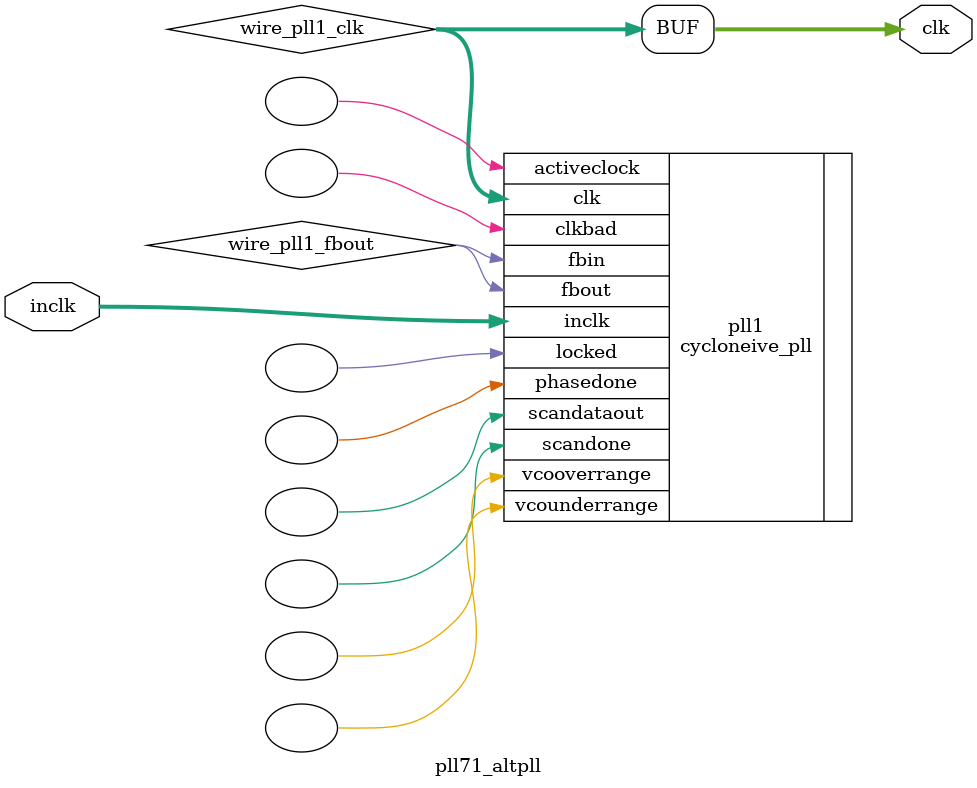
<source format=v>






//synthesis_resources = cycloneive_pll 1 
//synopsys translate_off
`timescale 1 ps / 1 ps
//synopsys translate_on
module  pll71_altpll
	( 
	clk,
	inclk) /* synthesis synthesis_clearbox=1 */;
	output   [4:0]  clk;
	input   [1:0]  inclk;
`ifndef ALTERA_RESERVED_QIS
// synopsys translate_off
`endif
	tri0   [1:0]  inclk;
`ifndef ALTERA_RESERVED_QIS
// synopsys translate_on
`endif

	wire  [4:0]   wire_pll1_clk;
	wire  wire_pll1_fbout;

	cycloneive_pll   pll1
	( 
	.activeclock(),
	.clk(wire_pll1_clk),
	.clkbad(),
	.fbin(wire_pll1_fbout),
	.fbout(wire_pll1_fbout),
	.inclk(inclk),
	.locked(),
	.phasedone(),
	.scandataout(),
	.scandone(),
	.vcooverrange(),
	.vcounderrange()
	`ifndef FORMAL_VERIFICATION
	// synopsys translate_off
	`endif
	,
	.areset(1'b0),
	.clkswitch(1'b0),
	.configupdate(1'b0),
	.pfdena(1'b1),
	.phasecounterselect({3{1'b0}}),
	.phasestep(1'b0),
	.phaseupdown(1'b0),
	.scanclk(1'b0),
	.scanclkena(1'b1),
	.scandata(1'b0)
	`ifndef FORMAL_VERIFICATION
	// synopsys translate_on
	`endif
	);
	defparam
		pll1.bandwidth_type = "auto",
		pll1.clk0_divide_by = 1,
		pll1.clk0_duty_cycle = 50,
		pll1.clk0_multiply_by = 1,
		pll1.clk0_phase_shift = "0",
		pll1.clk1_divide_by = 1,
		pll1.clk1_duty_cycle = 50,
		pll1.clk1_multiply_by = 3,
		pll1.clk1_phase_shift = "0",
		pll1.compensate_clock = "clk0",
		pll1.inclk0_input_frequency = 40000,
		pll1.operation_mode = "normal",
		pll1.pll_type = "auto",
		pll1.lpm_type = "cycloneive_pll";
	assign
		clk = {wire_pll1_clk[4:0]};
endmodule //pll71_altpll
//VALID FILE

</source>
